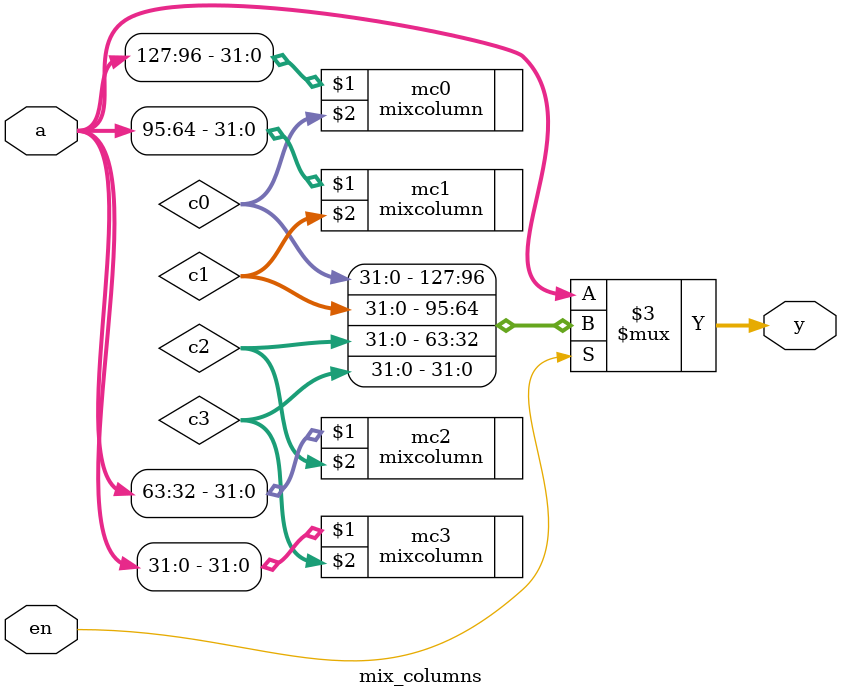
<source format=sv>

module mix_columns(input  logic [127:0] a,
				   input  logic en,
                  output logic [127:0] y);

	logic [31:0] c0, c1, c2, c3;	

	mixcolumn mc0(a[127:96], c0);
	mixcolumn mc1(a[95:64],  c1);
	mixcolumn mc2(a[63:32],  c2);
	mixcolumn mc3(a[31:0],   c3);



	always_comb begin
		if (en) begin
			y = {c0, c1, c2, c3};		
	  	end
		else begin
			y = a;
		end
	end
endmodule
</source>
